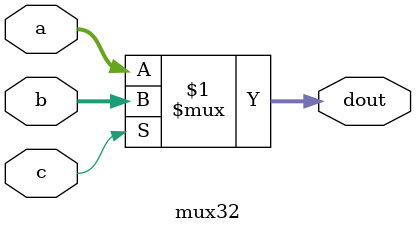
<source format=v>
module mux32(a, b, c, dout);//ok
	input[31:0] a;
	input[31:0] b;
	input c;
	output[31:0] dout;

	assign dout = c ? b : a;

endmodule
</source>
